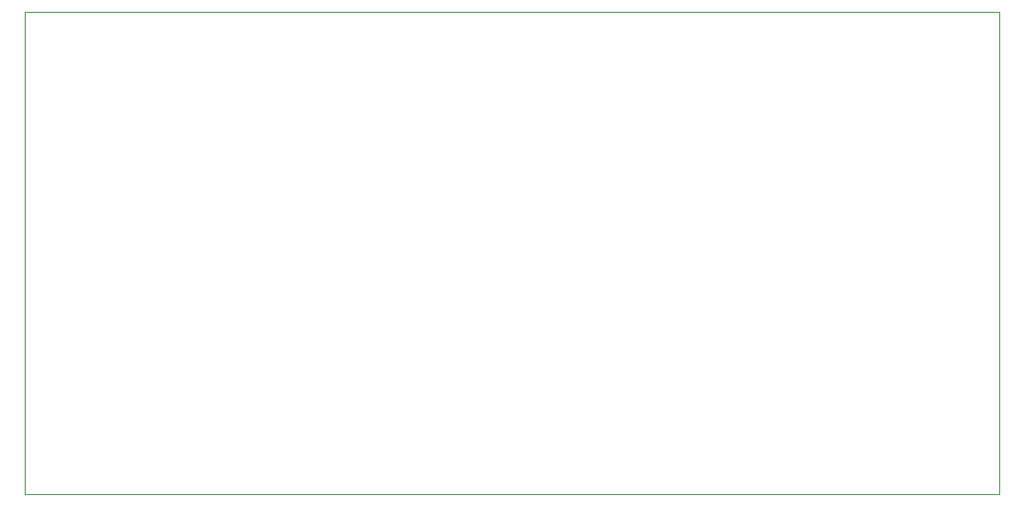
<source format=gm1>
%TF.GenerationSoftware,KiCad,Pcbnew,(7.0.0)*%
%TF.CreationDate,2023-02-26T18:38:48-08:00*%
%TF.ProjectId,esp32-c3-rgb,65737033-322d-4633-932d-7267622e6b69,rev?*%
%TF.SameCoordinates,Original*%
%TF.FileFunction,Profile,NP*%
%FSLAX46Y46*%
G04 Gerber Fmt 4.6, Leading zero omitted, Abs format (unit mm)*
G04 Created by KiCad (PCBNEW (7.0.0)) date 2023-02-26 18:38:48*
%MOMM*%
%LPD*%
G01*
G04 APERTURE LIST*
%TA.AperFunction,Profile*%
%ADD10C,0.050000*%
%TD*%
G04 APERTURE END LIST*
D10*
X34250000Y-88000000D02*
X124290000Y-88000000D01*
X124290000Y-88000000D02*
X124290000Y-132540000D01*
X124290000Y-132540000D02*
X34250000Y-132540000D01*
X34250000Y-132540000D02*
X34250000Y-88000000D01*
M02*

</source>
